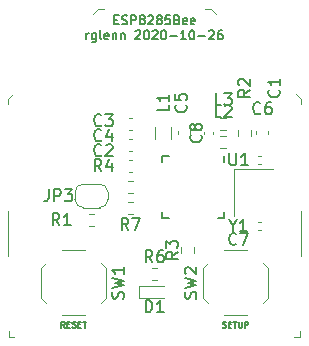
<source format=gbr>
%TF.GenerationSoftware,KiCad,Pcbnew,(5.1.7)-1*%
%TF.CreationDate,2020-10-27T00:37:30-04:00*%
%TF.ProjectId,esp8285bee,65737038-3238-4356-9265-652e6b696361,rev?*%
%TF.SameCoordinates,Original*%
%TF.FileFunction,Legend,Top*%
%TF.FilePolarity,Positive*%
%FSLAX46Y46*%
G04 Gerber Fmt 4.6, Leading zero omitted, Abs format (unit mm)*
G04 Created by KiCad (PCBNEW (5.1.7)-1) date 2020-10-27 00:37:30*
%MOMM*%
%LPD*%
G01*
G04 APERTURE LIST*
%ADD10C,0.127000*%
%ADD11C,0.120000*%
%ADD12C,0.100000*%
%ADD13C,0.150000*%
G04 APERTURE END LIST*
D10*
X98207285Y-60016571D02*
X98461285Y-60016571D01*
X98570142Y-60415714D02*
X98207285Y-60415714D01*
X98207285Y-59653714D01*
X98570142Y-59653714D01*
X98860428Y-60379428D02*
X98969285Y-60415714D01*
X99150714Y-60415714D01*
X99223285Y-60379428D01*
X99259571Y-60343142D01*
X99295857Y-60270571D01*
X99295857Y-60198000D01*
X99259571Y-60125428D01*
X99223285Y-60089142D01*
X99150714Y-60052857D01*
X99005571Y-60016571D01*
X98933000Y-59980285D01*
X98896714Y-59944000D01*
X98860428Y-59871428D01*
X98860428Y-59798857D01*
X98896714Y-59726285D01*
X98933000Y-59690000D01*
X99005571Y-59653714D01*
X99187000Y-59653714D01*
X99295857Y-59690000D01*
X99622428Y-60415714D02*
X99622428Y-59653714D01*
X99912714Y-59653714D01*
X99985285Y-59690000D01*
X100021571Y-59726285D01*
X100057857Y-59798857D01*
X100057857Y-59907714D01*
X100021571Y-59980285D01*
X99985285Y-60016571D01*
X99912714Y-60052857D01*
X99622428Y-60052857D01*
X100493285Y-59980285D02*
X100420714Y-59944000D01*
X100384428Y-59907714D01*
X100348142Y-59835142D01*
X100348142Y-59798857D01*
X100384428Y-59726285D01*
X100420714Y-59690000D01*
X100493285Y-59653714D01*
X100638428Y-59653714D01*
X100711000Y-59690000D01*
X100747285Y-59726285D01*
X100783571Y-59798857D01*
X100783571Y-59835142D01*
X100747285Y-59907714D01*
X100711000Y-59944000D01*
X100638428Y-59980285D01*
X100493285Y-59980285D01*
X100420714Y-60016571D01*
X100384428Y-60052857D01*
X100348142Y-60125428D01*
X100348142Y-60270571D01*
X100384428Y-60343142D01*
X100420714Y-60379428D01*
X100493285Y-60415714D01*
X100638428Y-60415714D01*
X100711000Y-60379428D01*
X100747285Y-60343142D01*
X100783571Y-60270571D01*
X100783571Y-60125428D01*
X100747285Y-60052857D01*
X100711000Y-60016571D01*
X100638428Y-59980285D01*
X101073857Y-59726285D02*
X101110142Y-59690000D01*
X101182714Y-59653714D01*
X101364142Y-59653714D01*
X101436714Y-59690000D01*
X101473000Y-59726285D01*
X101509285Y-59798857D01*
X101509285Y-59871428D01*
X101473000Y-59980285D01*
X101037571Y-60415714D01*
X101509285Y-60415714D01*
X101944714Y-59980285D02*
X101872142Y-59944000D01*
X101835857Y-59907714D01*
X101799571Y-59835142D01*
X101799571Y-59798857D01*
X101835857Y-59726285D01*
X101872142Y-59690000D01*
X101944714Y-59653714D01*
X102089857Y-59653714D01*
X102162428Y-59690000D01*
X102198714Y-59726285D01*
X102235000Y-59798857D01*
X102235000Y-59835142D01*
X102198714Y-59907714D01*
X102162428Y-59944000D01*
X102089857Y-59980285D01*
X101944714Y-59980285D01*
X101872142Y-60016571D01*
X101835857Y-60052857D01*
X101799571Y-60125428D01*
X101799571Y-60270571D01*
X101835857Y-60343142D01*
X101872142Y-60379428D01*
X101944714Y-60415714D01*
X102089857Y-60415714D01*
X102162428Y-60379428D01*
X102198714Y-60343142D01*
X102235000Y-60270571D01*
X102235000Y-60125428D01*
X102198714Y-60052857D01*
X102162428Y-60016571D01*
X102089857Y-59980285D01*
X102924428Y-59653714D02*
X102561571Y-59653714D01*
X102525285Y-60016571D01*
X102561571Y-59980285D01*
X102634142Y-59944000D01*
X102815571Y-59944000D01*
X102888142Y-59980285D01*
X102924428Y-60016571D01*
X102960714Y-60089142D01*
X102960714Y-60270571D01*
X102924428Y-60343142D01*
X102888142Y-60379428D01*
X102815571Y-60415714D01*
X102634142Y-60415714D01*
X102561571Y-60379428D01*
X102525285Y-60343142D01*
X103541285Y-60016571D02*
X103650142Y-60052857D01*
X103686428Y-60089142D01*
X103722714Y-60161714D01*
X103722714Y-60270571D01*
X103686428Y-60343142D01*
X103650142Y-60379428D01*
X103577571Y-60415714D01*
X103287285Y-60415714D01*
X103287285Y-59653714D01*
X103541285Y-59653714D01*
X103613857Y-59690000D01*
X103650142Y-59726285D01*
X103686428Y-59798857D01*
X103686428Y-59871428D01*
X103650142Y-59944000D01*
X103613857Y-59980285D01*
X103541285Y-60016571D01*
X103287285Y-60016571D01*
X104339571Y-60379428D02*
X104267000Y-60415714D01*
X104121857Y-60415714D01*
X104049285Y-60379428D01*
X104013000Y-60306857D01*
X104013000Y-60016571D01*
X104049285Y-59944000D01*
X104121857Y-59907714D01*
X104267000Y-59907714D01*
X104339571Y-59944000D01*
X104375857Y-60016571D01*
X104375857Y-60089142D01*
X104013000Y-60161714D01*
X104992714Y-60379428D02*
X104920142Y-60415714D01*
X104775000Y-60415714D01*
X104702428Y-60379428D01*
X104666142Y-60306857D01*
X104666142Y-60016571D01*
X104702428Y-59944000D01*
X104775000Y-59907714D01*
X104920142Y-59907714D01*
X104992714Y-59944000D01*
X105029000Y-60016571D01*
X105029000Y-60089142D01*
X104666142Y-60161714D01*
X95848714Y-61685714D02*
X95848714Y-61177714D01*
X95848714Y-61322857D02*
X95885000Y-61250285D01*
X95921285Y-61214000D01*
X95993857Y-61177714D01*
X96066428Y-61177714D01*
X96647000Y-61177714D02*
X96647000Y-61794571D01*
X96610714Y-61867142D01*
X96574428Y-61903428D01*
X96501857Y-61939714D01*
X96393000Y-61939714D01*
X96320428Y-61903428D01*
X96647000Y-61649428D02*
X96574428Y-61685714D01*
X96429285Y-61685714D01*
X96356714Y-61649428D01*
X96320428Y-61613142D01*
X96284142Y-61540571D01*
X96284142Y-61322857D01*
X96320428Y-61250285D01*
X96356714Y-61214000D01*
X96429285Y-61177714D01*
X96574428Y-61177714D01*
X96647000Y-61214000D01*
X97118714Y-61685714D02*
X97046142Y-61649428D01*
X97009857Y-61576857D01*
X97009857Y-60923714D01*
X97699285Y-61649428D02*
X97626714Y-61685714D01*
X97481571Y-61685714D01*
X97409000Y-61649428D01*
X97372714Y-61576857D01*
X97372714Y-61286571D01*
X97409000Y-61214000D01*
X97481571Y-61177714D01*
X97626714Y-61177714D01*
X97699285Y-61214000D01*
X97735571Y-61286571D01*
X97735571Y-61359142D01*
X97372714Y-61431714D01*
X98062142Y-61177714D02*
X98062142Y-61685714D01*
X98062142Y-61250285D02*
X98098428Y-61214000D01*
X98171000Y-61177714D01*
X98279857Y-61177714D01*
X98352428Y-61214000D01*
X98388714Y-61286571D01*
X98388714Y-61685714D01*
X98751571Y-61177714D02*
X98751571Y-61685714D01*
X98751571Y-61250285D02*
X98787857Y-61214000D01*
X98860428Y-61177714D01*
X98969285Y-61177714D01*
X99041857Y-61214000D01*
X99078142Y-61286571D01*
X99078142Y-61685714D01*
X99985285Y-60996285D02*
X100021571Y-60960000D01*
X100094142Y-60923714D01*
X100275571Y-60923714D01*
X100348142Y-60960000D01*
X100384428Y-60996285D01*
X100420714Y-61068857D01*
X100420714Y-61141428D01*
X100384428Y-61250285D01*
X99949000Y-61685714D01*
X100420714Y-61685714D01*
X100892428Y-60923714D02*
X100965000Y-60923714D01*
X101037571Y-60960000D01*
X101073857Y-60996285D01*
X101110142Y-61068857D01*
X101146428Y-61214000D01*
X101146428Y-61395428D01*
X101110142Y-61540571D01*
X101073857Y-61613142D01*
X101037571Y-61649428D01*
X100965000Y-61685714D01*
X100892428Y-61685714D01*
X100819857Y-61649428D01*
X100783571Y-61613142D01*
X100747285Y-61540571D01*
X100711000Y-61395428D01*
X100711000Y-61214000D01*
X100747285Y-61068857D01*
X100783571Y-60996285D01*
X100819857Y-60960000D01*
X100892428Y-60923714D01*
X101436714Y-60996285D02*
X101473000Y-60960000D01*
X101545571Y-60923714D01*
X101727000Y-60923714D01*
X101799571Y-60960000D01*
X101835857Y-60996285D01*
X101872142Y-61068857D01*
X101872142Y-61141428D01*
X101835857Y-61250285D01*
X101400428Y-61685714D01*
X101872142Y-61685714D01*
X102343857Y-60923714D02*
X102416428Y-60923714D01*
X102489000Y-60960000D01*
X102525285Y-60996285D01*
X102561571Y-61068857D01*
X102597857Y-61214000D01*
X102597857Y-61395428D01*
X102561571Y-61540571D01*
X102525285Y-61613142D01*
X102489000Y-61649428D01*
X102416428Y-61685714D01*
X102343857Y-61685714D01*
X102271285Y-61649428D01*
X102235000Y-61613142D01*
X102198714Y-61540571D01*
X102162428Y-61395428D01*
X102162428Y-61214000D01*
X102198714Y-61068857D01*
X102235000Y-60996285D01*
X102271285Y-60960000D01*
X102343857Y-60923714D01*
X102924428Y-61395428D02*
X103505000Y-61395428D01*
X104267000Y-61685714D02*
X103831571Y-61685714D01*
X104049285Y-61685714D02*
X104049285Y-60923714D01*
X103976714Y-61032571D01*
X103904142Y-61105142D01*
X103831571Y-61141428D01*
X104738714Y-60923714D02*
X104811285Y-60923714D01*
X104883857Y-60960000D01*
X104920142Y-60996285D01*
X104956428Y-61068857D01*
X104992714Y-61214000D01*
X104992714Y-61395428D01*
X104956428Y-61540571D01*
X104920142Y-61613142D01*
X104883857Y-61649428D01*
X104811285Y-61685714D01*
X104738714Y-61685714D01*
X104666142Y-61649428D01*
X104629857Y-61613142D01*
X104593571Y-61540571D01*
X104557285Y-61395428D01*
X104557285Y-61214000D01*
X104593571Y-61068857D01*
X104629857Y-60996285D01*
X104666142Y-60960000D01*
X104738714Y-60923714D01*
X105319285Y-61395428D02*
X105899857Y-61395428D01*
X106226428Y-60996285D02*
X106262714Y-60960000D01*
X106335285Y-60923714D01*
X106516714Y-60923714D01*
X106589285Y-60960000D01*
X106625571Y-60996285D01*
X106661857Y-61068857D01*
X106661857Y-61141428D01*
X106625571Y-61250285D01*
X106190142Y-61685714D01*
X106661857Y-61685714D01*
X107315000Y-60923714D02*
X107169857Y-60923714D01*
X107097285Y-60960000D01*
X107061000Y-60996285D01*
X106988428Y-61105142D01*
X106952142Y-61250285D01*
X106952142Y-61540571D01*
X106988428Y-61613142D01*
X107024714Y-61649428D01*
X107097285Y-61685714D01*
X107242428Y-61685714D01*
X107315000Y-61649428D01*
X107351285Y-61613142D01*
X107387571Y-61540571D01*
X107387571Y-61359142D01*
X107351285Y-61286571D01*
X107315000Y-61250285D01*
X107242428Y-61214000D01*
X107097285Y-61214000D01*
X107024714Y-61250285D01*
X106988428Y-61286571D01*
X106952142Y-61359142D01*
X107369428Y-86057619D02*
X107442000Y-86081809D01*
X107562952Y-86081809D01*
X107611333Y-86057619D01*
X107635523Y-86033428D01*
X107659714Y-85985047D01*
X107659714Y-85936666D01*
X107635523Y-85888285D01*
X107611333Y-85864095D01*
X107562952Y-85839904D01*
X107466190Y-85815714D01*
X107417809Y-85791523D01*
X107393619Y-85767333D01*
X107369428Y-85718952D01*
X107369428Y-85670571D01*
X107393619Y-85622190D01*
X107417809Y-85598000D01*
X107466190Y-85573809D01*
X107587142Y-85573809D01*
X107659714Y-85598000D01*
X107877428Y-85815714D02*
X108046761Y-85815714D01*
X108119333Y-86081809D02*
X107877428Y-86081809D01*
X107877428Y-85573809D01*
X108119333Y-85573809D01*
X108264476Y-85573809D02*
X108554761Y-85573809D01*
X108409619Y-86081809D02*
X108409619Y-85573809D01*
X108724095Y-85573809D02*
X108724095Y-85985047D01*
X108748285Y-86033428D01*
X108772476Y-86057619D01*
X108820857Y-86081809D01*
X108917619Y-86081809D01*
X108966000Y-86057619D01*
X108990190Y-86033428D01*
X109014380Y-85985047D01*
X109014380Y-85573809D01*
X109256285Y-86081809D02*
X109256285Y-85573809D01*
X109449809Y-85573809D01*
X109498190Y-85598000D01*
X109522380Y-85622190D01*
X109546571Y-85670571D01*
X109546571Y-85743142D01*
X109522380Y-85791523D01*
X109498190Y-85815714D01*
X109449809Y-85839904D01*
X109256285Y-85839904D01*
X94004190Y-86081809D02*
X93834857Y-85839904D01*
X93713904Y-86081809D02*
X93713904Y-85573809D01*
X93907428Y-85573809D01*
X93955809Y-85598000D01*
X93980000Y-85622190D01*
X94004190Y-85670571D01*
X94004190Y-85743142D01*
X93980000Y-85791523D01*
X93955809Y-85815714D01*
X93907428Y-85839904D01*
X93713904Y-85839904D01*
X94221904Y-85815714D02*
X94391238Y-85815714D01*
X94463809Y-86081809D02*
X94221904Y-86081809D01*
X94221904Y-85573809D01*
X94463809Y-85573809D01*
X94657333Y-86057619D02*
X94729904Y-86081809D01*
X94850857Y-86081809D01*
X94899238Y-86057619D01*
X94923428Y-86033428D01*
X94947619Y-85985047D01*
X94947619Y-85936666D01*
X94923428Y-85888285D01*
X94899238Y-85864095D01*
X94850857Y-85839904D01*
X94754095Y-85815714D01*
X94705714Y-85791523D01*
X94681523Y-85767333D01*
X94657333Y-85718952D01*
X94657333Y-85670571D01*
X94681523Y-85622190D01*
X94705714Y-85598000D01*
X94754095Y-85573809D01*
X94875047Y-85573809D01*
X94947619Y-85598000D01*
X95165333Y-85815714D02*
X95334666Y-85815714D01*
X95407238Y-86081809D02*
X95165333Y-86081809D01*
X95165333Y-85573809D01*
X95407238Y-85573809D01*
X95552380Y-85573809D02*
X95842666Y-85573809D01*
X95697523Y-86081809D02*
X95697523Y-85573809D01*
D11*
%TO.C,C1*%
X111254000Y-69736580D02*
X111254000Y-69455420D01*
X110234000Y-69736580D02*
X110234000Y-69455420D01*
%TO.C,C2*%
X99708580Y-72900000D02*
X99427420Y-72900000D01*
X99708580Y-71880000D02*
X99427420Y-71880000D01*
%TO.C,C3*%
X99708580Y-69344000D02*
X99427420Y-69344000D01*
X99708580Y-68324000D02*
X99427420Y-68324000D01*
%TO.C,C4*%
X99708580Y-70102000D02*
X99427420Y-70102000D01*
X99708580Y-71122000D02*
X99427420Y-71122000D01*
%TO.C,C5*%
X104650000Y-69736580D02*
X104650000Y-69455420D01*
X103630000Y-69736580D02*
X103630000Y-69455420D01*
%TO.C,C8*%
X106532000Y-69703836D02*
X106532000Y-69488164D01*
X105812000Y-69703836D02*
X105812000Y-69488164D01*
%TO.C,D1*%
X100300000Y-82558000D02*
X102400000Y-82558000D01*
X100300000Y-83558000D02*
X102400000Y-83558000D01*
X100300000Y-82558000D02*
X100300000Y-83558000D01*
%TO.C,JP3*%
X95566000Y-73930000D02*
X96966000Y-73930000D01*
X97666000Y-74630000D02*
X97666000Y-75230000D01*
X96966000Y-75930000D02*
X95566000Y-75930000D01*
X94866000Y-75230000D02*
X94866000Y-74630000D01*
X96966000Y-73930000D02*
G75*
G02*
X97666000Y-74630000I0J-700000D01*
G01*
X97666000Y-75230000D02*
G75*
G02*
X96966000Y-75930000I-700000J0D01*
G01*
X95566000Y-75930000D02*
G75*
G02*
X94866000Y-75230000I0J700000D01*
G01*
X94866000Y-74630000D02*
G75*
G02*
X95566000Y-73930000I700000J0D01*
G01*
%TO.C,L1*%
X101682000Y-70096000D02*
X101682000Y-69096000D01*
X103042000Y-69096000D02*
X103042000Y-70096000D01*
%TO.C,L2*%
X107692000Y-69828000D02*
X107192000Y-69828000D01*
X107192000Y-70888000D02*
X107692000Y-70888000D01*
%TO.C,L3*%
X107192000Y-69364000D02*
X107692000Y-69364000D01*
X107692000Y-68304000D02*
X107192000Y-68304000D01*
D12*
%TO.C,MOD1*%
X113950000Y-86900000D02*
X113450000Y-86900000D01*
X113950000Y-86900000D02*
X113950000Y-86400000D01*
X89250000Y-86900000D02*
X89750000Y-86900000D01*
X89250000Y-86900000D02*
X89250000Y-86400000D01*
X89200000Y-66700000D02*
X89200000Y-67200000D01*
X89200000Y-66700000D02*
X89600000Y-66300000D01*
X114000000Y-66700000D02*
X113600000Y-66300000D01*
X114000000Y-66700000D02*
X114000000Y-67200000D01*
X96800000Y-59100000D02*
X96400000Y-59500000D01*
X96800000Y-59100000D02*
X97300000Y-59100000D01*
X106400000Y-59100000D02*
X105900000Y-59100000D01*
X106400000Y-59100000D02*
X106800000Y-59500000D01*
X89200000Y-76200000D02*
X89200000Y-80000000D01*
X114000000Y-76200000D02*
X114000000Y-80000000D01*
D11*
%TO.C,R1*%
X96503258Y-77484500D02*
X96028742Y-77484500D01*
X96503258Y-76439500D02*
X96028742Y-76439500D01*
%TO.C,R2*%
X109742500Y-69833258D02*
X109742500Y-69358742D01*
X108697500Y-69833258D02*
X108697500Y-69358742D01*
%TO.C,R3*%
X103871500Y-79264742D02*
X103871500Y-79739258D01*
X104916500Y-79264742D02*
X104916500Y-79739258D01*
%TO.C,R4*%
X99330742Y-73645500D02*
X99805258Y-73645500D01*
X99330742Y-74690500D02*
X99805258Y-74690500D01*
%TO.C,R6*%
X101362742Y-81011500D02*
X101837258Y-81011500D01*
X101362742Y-82056500D02*
X101837258Y-82056500D01*
%TO.C,R7*%
X99805258Y-75423500D02*
X99330742Y-75423500D01*
X99805258Y-76468500D02*
X99330742Y-76468500D01*
%TO.C,SW1*%
X91992000Y-83546000D02*
X91992000Y-81046000D01*
X93742000Y-85046000D02*
X95742000Y-85046000D01*
X97492000Y-83546000D02*
X97492000Y-81046000D01*
X93742000Y-79546000D02*
X95742000Y-79546000D01*
X92442000Y-83996000D02*
X91992000Y-83546000D01*
X92442000Y-80596000D02*
X91992000Y-81046000D01*
X97042000Y-80596000D02*
X97492000Y-81046000D01*
X97042000Y-83996000D02*
X97492000Y-83546000D01*
%TO.C,SW2*%
X110758000Y-83996000D02*
X111208000Y-83546000D01*
X110758000Y-80596000D02*
X111208000Y-81046000D01*
X106158000Y-80596000D02*
X105708000Y-81046000D01*
X106158000Y-83996000D02*
X105708000Y-83546000D01*
X107458000Y-79546000D02*
X109458000Y-79546000D01*
X111208000Y-83546000D02*
X111208000Y-81046000D01*
X107458000Y-85046000D02*
X109458000Y-85046000D01*
X105708000Y-83546000D02*
X105708000Y-81046000D01*
D13*
%TO.C,U1*%
X107527000Y-76793000D02*
X107527000Y-76268000D01*
X102277000Y-76793000D02*
X102277000Y-76268000D01*
X102277000Y-71543000D02*
X102277000Y-72068000D01*
X107527000Y-71543000D02*
X107527000Y-72068000D01*
X102277000Y-76793000D02*
X102802000Y-76793000D01*
X102277000Y-71543000D02*
X102802000Y-71543000D01*
X107527000Y-76793000D02*
X107002000Y-76793000D01*
D11*
%TO.C,Y1*%
X108332000Y-72676000D02*
X108332000Y-76676000D01*
X111632000Y-72676000D02*
X108332000Y-72676000D01*
%TO.C,C6*%
X110382164Y-72242000D02*
X110597836Y-72242000D01*
X110382164Y-71522000D02*
X110597836Y-71522000D01*
%TO.C,C7*%
X110597836Y-77830000D02*
X110382164Y-77830000D01*
X110597836Y-77110000D02*
X110382164Y-77110000D01*
%TO.C,C1*%
D13*
X112117142Y-65952666D02*
X112164761Y-66000285D01*
X112212380Y-66143142D01*
X112212380Y-66238380D01*
X112164761Y-66381238D01*
X112069523Y-66476476D01*
X111974285Y-66524095D01*
X111783809Y-66571714D01*
X111640952Y-66571714D01*
X111450476Y-66524095D01*
X111355238Y-66476476D01*
X111260000Y-66381238D01*
X111212380Y-66238380D01*
X111212380Y-66143142D01*
X111260000Y-66000285D01*
X111307619Y-65952666D01*
X112212380Y-65000285D02*
X112212380Y-65571714D01*
X112212380Y-65286000D02*
X111212380Y-65286000D01*
X111355238Y-65381238D01*
X111450476Y-65476476D01*
X111498095Y-65571714D01*
%TO.C,C2*%
X97115333Y-71477142D02*
X97067714Y-71524761D01*
X96924857Y-71572380D01*
X96829619Y-71572380D01*
X96686761Y-71524761D01*
X96591523Y-71429523D01*
X96543904Y-71334285D01*
X96496285Y-71143809D01*
X96496285Y-71000952D01*
X96543904Y-70810476D01*
X96591523Y-70715238D01*
X96686761Y-70620000D01*
X96829619Y-70572380D01*
X96924857Y-70572380D01*
X97067714Y-70620000D01*
X97115333Y-70667619D01*
X97496285Y-70667619D02*
X97543904Y-70620000D01*
X97639142Y-70572380D01*
X97877238Y-70572380D01*
X97972476Y-70620000D01*
X98020095Y-70667619D01*
X98067714Y-70762857D01*
X98067714Y-70858095D01*
X98020095Y-71000952D01*
X97448666Y-71572380D01*
X98067714Y-71572380D01*
%TO.C,C3*%
X97115333Y-68937142D02*
X97067714Y-68984761D01*
X96924857Y-69032380D01*
X96829619Y-69032380D01*
X96686761Y-68984761D01*
X96591523Y-68889523D01*
X96543904Y-68794285D01*
X96496285Y-68603809D01*
X96496285Y-68460952D01*
X96543904Y-68270476D01*
X96591523Y-68175238D01*
X96686761Y-68080000D01*
X96829619Y-68032380D01*
X96924857Y-68032380D01*
X97067714Y-68080000D01*
X97115333Y-68127619D01*
X97448666Y-68032380D02*
X98067714Y-68032380D01*
X97734380Y-68413333D01*
X97877238Y-68413333D01*
X97972476Y-68460952D01*
X98020095Y-68508571D01*
X98067714Y-68603809D01*
X98067714Y-68841904D01*
X98020095Y-68937142D01*
X97972476Y-68984761D01*
X97877238Y-69032380D01*
X97591523Y-69032380D01*
X97496285Y-68984761D01*
X97448666Y-68937142D01*
%TO.C,C4*%
X97115333Y-70207142D02*
X97067714Y-70254761D01*
X96924857Y-70302380D01*
X96829619Y-70302380D01*
X96686761Y-70254761D01*
X96591523Y-70159523D01*
X96543904Y-70064285D01*
X96496285Y-69873809D01*
X96496285Y-69730952D01*
X96543904Y-69540476D01*
X96591523Y-69445238D01*
X96686761Y-69350000D01*
X96829619Y-69302380D01*
X96924857Y-69302380D01*
X97067714Y-69350000D01*
X97115333Y-69397619D01*
X97972476Y-69635714D02*
X97972476Y-70302380D01*
X97734380Y-69254761D02*
X97496285Y-69969047D01*
X98115333Y-69969047D01*
%TO.C,C5*%
X104243142Y-67222666D02*
X104290761Y-67270285D01*
X104338380Y-67413142D01*
X104338380Y-67508380D01*
X104290761Y-67651238D01*
X104195523Y-67746476D01*
X104100285Y-67794095D01*
X103909809Y-67841714D01*
X103766952Y-67841714D01*
X103576476Y-67794095D01*
X103481238Y-67746476D01*
X103386000Y-67651238D01*
X103338380Y-67508380D01*
X103338380Y-67413142D01*
X103386000Y-67270285D01*
X103433619Y-67222666D01*
X103338380Y-66317904D02*
X103338380Y-66794095D01*
X103814571Y-66841714D01*
X103766952Y-66794095D01*
X103719333Y-66698857D01*
X103719333Y-66460761D01*
X103766952Y-66365523D01*
X103814571Y-66317904D01*
X103909809Y-66270285D01*
X104147904Y-66270285D01*
X104243142Y-66317904D01*
X104290761Y-66365523D01*
X104338380Y-66460761D01*
X104338380Y-66698857D01*
X104290761Y-66794095D01*
X104243142Y-66841714D01*
%TO.C,C8*%
X105513142Y-69762666D02*
X105560761Y-69810285D01*
X105608380Y-69953142D01*
X105608380Y-70048380D01*
X105560761Y-70191238D01*
X105465523Y-70286476D01*
X105370285Y-70334095D01*
X105179809Y-70381714D01*
X105036952Y-70381714D01*
X104846476Y-70334095D01*
X104751238Y-70286476D01*
X104656000Y-70191238D01*
X104608380Y-70048380D01*
X104608380Y-69953142D01*
X104656000Y-69810285D01*
X104703619Y-69762666D01*
X105036952Y-69191238D02*
X104989333Y-69286476D01*
X104941714Y-69334095D01*
X104846476Y-69381714D01*
X104798857Y-69381714D01*
X104703619Y-69334095D01*
X104656000Y-69286476D01*
X104608380Y-69191238D01*
X104608380Y-69000761D01*
X104656000Y-68905523D01*
X104703619Y-68857904D01*
X104798857Y-68810285D01*
X104846476Y-68810285D01*
X104941714Y-68857904D01*
X104989333Y-68905523D01*
X105036952Y-69000761D01*
X105036952Y-69191238D01*
X105084571Y-69286476D01*
X105132190Y-69334095D01*
X105227428Y-69381714D01*
X105417904Y-69381714D01*
X105513142Y-69334095D01*
X105560761Y-69286476D01*
X105608380Y-69191238D01*
X105608380Y-69000761D01*
X105560761Y-68905523D01*
X105513142Y-68857904D01*
X105417904Y-68810285D01*
X105227428Y-68810285D01*
X105132190Y-68857904D01*
X105084571Y-68905523D01*
X105036952Y-69000761D01*
%TO.C,D1*%
X100861904Y-84780380D02*
X100861904Y-83780380D01*
X101100000Y-83780380D01*
X101242857Y-83828000D01*
X101338095Y-83923238D01*
X101385714Y-84018476D01*
X101433333Y-84208952D01*
X101433333Y-84351809D01*
X101385714Y-84542285D01*
X101338095Y-84637523D01*
X101242857Y-84732761D01*
X101100000Y-84780380D01*
X100861904Y-84780380D01*
X102385714Y-84780380D02*
X101814285Y-84780380D01*
X102100000Y-84780380D02*
X102100000Y-83780380D01*
X102004761Y-83923238D01*
X101909523Y-84018476D01*
X101814285Y-84066095D01*
%TO.C,JP3*%
X92638666Y-74382380D02*
X92638666Y-75096666D01*
X92591047Y-75239523D01*
X92495809Y-75334761D01*
X92352952Y-75382380D01*
X92257714Y-75382380D01*
X93114857Y-75382380D02*
X93114857Y-74382380D01*
X93495809Y-74382380D01*
X93591047Y-74430000D01*
X93638666Y-74477619D01*
X93686285Y-74572857D01*
X93686285Y-74715714D01*
X93638666Y-74810952D01*
X93591047Y-74858571D01*
X93495809Y-74906190D01*
X93114857Y-74906190D01*
X94019619Y-74382380D02*
X94638666Y-74382380D01*
X94305333Y-74763333D01*
X94448190Y-74763333D01*
X94543428Y-74810952D01*
X94591047Y-74858571D01*
X94638666Y-74953809D01*
X94638666Y-75191904D01*
X94591047Y-75287142D01*
X94543428Y-75334761D01*
X94448190Y-75382380D01*
X94162476Y-75382380D01*
X94067238Y-75334761D01*
X94019619Y-75287142D01*
%TO.C,L1*%
X102814380Y-67222666D02*
X102814380Y-67698857D01*
X101814380Y-67698857D01*
X102814380Y-66365523D02*
X102814380Y-66936952D01*
X102814380Y-66651238D02*
X101814380Y-66651238D01*
X101957238Y-66746476D01*
X102052476Y-66841714D01*
X102100095Y-66936952D01*
%TO.C,L2*%
X107275333Y-68270380D02*
X106799142Y-68270380D01*
X106799142Y-67270380D01*
X107561047Y-67365619D02*
X107608666Y-67318000D01*
X107703904Y-67270380D01*
X107942000Y-67270380D01*
X108037238Y-67318000D01*
X108084857Y-67365619D01*
X108132476Y-67460857D01*
X108132476Y-67556095D01*
X108084857Y-67698952D01*
X107513428Y-68270380D01*
X108132476Y-68270380D01*
%TO.C,L3*%
X107275333Y-67254380D02*
X106799142Y-67254380D01*
X106799142Y-66254380D01*
X107513428Y-66254380D02*
X108132476Y-66254380D01*
X107799142Y-66635333D01*
X107942000Y-66635333D01*
X108037238Y-66682952D01*
X108084857Y-66730571D01*
X108132476Y-66825809D01*
X108132476Y-67063904D01*
X108084857Y-67159142D01*
X108037238Y-67206761D01*
X107942000Y-67254380D01*
X107656285Y-67254380D01*
X107561047Y-67206761D01*
X107513428Y-67159142D01*
%TO.C,R1*%
X93559333Y-77414380D02*
X93226000Y-76938190D01*
X92987904Y-77414380D02*
X92987904Y-76414380D01*
X93368857Y-76414380D01*
X93464095Y-76462000D01*
X93511714Y-76509619D01*
X93559333Y-76604857D01*
X93559333Y-76747714D01*
X93511714Y-76842952D01*
X93464095Y-76890571D01*
X93368857Y-76938190D01*
X92987904Y-76938190D01*
X94511714Y-77414380D02*
X93940285Y-77414380D01*
X94226000Y-77414380D02*
X94226000Y-76414380D01*
X94130761Y-76557238D01*
X94035523Y-76652476D01*
X93940285Y-76700095D01*
%TO.C,R2*%
X109672380Y-65952666D02*
X109196190Y-66286000D01*
X109672380Y-66524095D02*
X108672380Y-66524095D01*
X108672380Y-66143142D01*
X108720000Y-66047904D01*
X108767619Y-66000285D01*
X108862857Y-65952666D01*
X109005714Y-65952666D01*
X109100952Y-66000285D01*
X109148571Y-66047904D01*
X109196190Y-66143142D01*
X109196190Y-66524095D01*
X108767619Y-65571714D02*
X108720000Y-65524095D01*
X108672380Y-65428857D01*
X108672380Y-65190761D01*
X108720000Y-65095523D01*
X108767619Y-65047904D01*
X108862857Y-65000285D01*
X108958095Y-65000285D01*
X109100952Y-65047904D01*
X109672380Y-65619333D01*
X109672380Y-65000285D01*
%TO.C,R3*%
X103576380Y-79668666D02*
X103100190Y-80002000D01*
X103576380Y-80240095D02*
X102576380Y-80240095D01*
X102576380Y-79859142D01*
X102624000Y-79763904D01*
X102671619Y-79716285D01*
X102766857Y-79668666D01*
X102909714Y-79668666D01*
X103004952Y-79716285D01*
X103052571Y-79763904D01*
X103100190Y-79859142D01*
X103100190Y-80240095D01*
X102576380Y-79335333D02*
X102576380Y-78716285D01*
X102957333Y-79049619D01*
X102957333Y-78906761D01*
X103004952Y-78811523D01*
X103052571Y-78763904D01*
X103147809Y-78716285D01*
X103385904Y-78716285D01*
X103481142Y-78763904D01*
X103528761Y-78811523D01*
X103576380Y-78906761D01*
X103576380Y-79192476D01*
X103528761Y-79287714D01*
X103481142Y-79335333D01*
%TO.C,R4*%
X97115333Y-72842380D02*
X96782000Y-72366190D01*
X96543904Y-72842380D02*
X96543904Y-71842380D01*
X96924857Y-71842380D01*
X97020095Y-71890000D01*
X97067714Y-71937619D01*
X97115333Y-72032857D01*
X97115333Y-72175714D01*
X97067714Y-72270952D01*
X97020095Y-72318571D01*
X96924857Y-72366190D01*
X96543904Y-72366190D01*
X97972476Y-72175714D02*
X97972476Y-72842380D01*
X97734380Y-71794761D02*
X97496285Y-72509047D01*
X98115333Y-72509047D01*
%TO.C,R6*%
X101433333Y-80556380D02*
X101100000Y-80080190D01*
X100861904Y-80556380D02*
X100861904Y-79556380D01*
X101242857Y-79556380D01*
X101338095Y-79604000D01*
X101385714Y-79651619D01*
X101433333Y-79746857D01*
X101433333Y-79889714D01*
X101385714Y-79984952D01*
X101338095Y-80032571D01*
X101242857Y-80080190D01*
X100861904Y-80080190D01*
X102290476Y-79556380D02*
X102100000Y-79556380D01*
X102004761Y-79604000D01*
X101957142Y-79651619D01*
X101861904Y-79794476D01*
X101814285Y-79984952D01*
X101814285Y-80365904D01*
X101861904Y-80461142D01*
X101909523Y-80508761D01*
X102004761Y-80556380D01*
X102195238Y-80556380D01*
X102290476Y-80508761D01*
X102338095Y-80461142D01*
X102385714Y-80365904D01*
X102385714Y-80127809D01*
X102338095Y-80032571D01*
X102290476Y-79984952D01*
X102195238Y-79937333D01*
X102004761Y-79937333D01*
X101909523Y-79984952D01*
X101861904Y-80032571D01*
X101814285Y-80127809D01*
%TO.C,R7*%
X99401333Y-77828380D02*
X99068000Y-77352190D01*
X98829904Y-77828380D02*
X98829904Y-76828380D01*
X99210857Y-76828380D01*
X99306095Y-76876000D01*
X99353714Y-76923619D01*
X99401333Y-77018857D01*
X99401333Y-77161714D01*
X99353714Y-77256952D01*
X99306095Y-77304571D01*
X99210857Y-77352190D01*
X98829904Y-77352190D01*
X99734666Y-76828380D02*
X100401333Y-76828380D01*
X99972761Y-77828380D01*
%TO.C,SW1*%
X98956761Y-83629333D02*
X99004380Y-83486476D01*
X99004380Y-83248380D01*
X98956761Y-83153142D01*
X98909142Y-83105523D01*
X98813904Y-83057904D01*
X98718666Y-83057904D01*
X98623428Y-83105523D01*
X98575809Y-83153142D01*
X98528190Y-83248380D01*
X98480571Y-83438857D01*
X98432952Y-83534095D01*
X98385333Y-83581714D01*
X98290095Y-83629333D01*
X98194857Y-83629333D01*
X98099619Y-83581714D01*
X98052000Y-83534095D01*
X98004380Y-83438857D01*
X98004380Y-83200761D01*
X98052000Y-83057904D01*
X98004380Y-82724571D02*
X99004380Y-82486476D01*
X98290095Y-82296000D01*
X99004380Y-82105523D01*
X98004380Y-81867428D01*
X99004380Y-80962666D02*
X99004380Y-81534095D01*
X99004380Y-81248380D02*
X98004380Y-81248380D01*
X98147238Y-81343619D01*
X98242476Y-81438857D01*
X98290095Y-81534095D01*
%TO.C,SW2*%
X105112761Y-83629333D02*
X105160380Y-83486476D01*
X105160380Y-83248380D01*
X105112761Y-83153142D01*
X105065142Y-83105523D01*
X104969904Y-83057904D01*
X104874666Y-83057904D01*
X104779428Y-83105523D01*
X104731809Y-83153142D01*
X104684190Y-83248380D01*
X104636571Y-83438857D01*
X104588952Y-83534095D01*
X104541333Y-83581714D01*
X104446095Y-83629333D01*
X104350857Y-83629333D01*
X104255619Y-83581714D01*
X104208000Y-83534095D01*
X104160380Y-83438857D01*
X104160380Y-83200761D01*
X104208000Y-83057904D01*
X104160380Y-82724571D02*
X105160380Y-82486476D01*
X104446095Y-82296000D01*
X105160380Y-82105523D01*
X104160380Y-81867428D01*
X104255619Y-81534095D02*
X104208000Y-81486476D01*
X104160380Y-81391238D01*
X104160380Y-81153142D01*
X104208000Y-81057904D01*
X104255619Y-81010285D01*
X104350857Y-80962666D01*
X104446095Y-80962666D01*
X104588952Y-81010285D01*
X105160380Y-81581714D01*
X105160380Y-80962666D01*
%TO.C,U1*%
X107950095Y-71334380D02*
X107950095Y-72143904D01*
X107997714Y-72239142D01*
X108045333Y-72286761D01*
X108140571Y-72334380D01*
X108331047Y-72334380D01*
X108426285Y-72286761D01*
X108473904Y-72239142D01*
X108521523Y-72143904D01*
X108521523Y-71334380D01*
X109521523Y-72334380D02*
X108950095Y-72334380D01*
X109235809Y-72334380D02*
X109235809Y-71334380D01*
X109140571Y-71477238D01*
X109045333Y-71572476D01*
X108950095Y-71620095D01*
%TO.C,Y1*%
X108235809Y-77446190D02*
X108235809Y-77922380D01*
X107902476Y-76922380D02*
X108235809Y-77446190D01*
X108569142Y-76922380D01*
X109426285Y-77922380D02*
X108854857Y-77922380D01*
X109140571Y-77922380D02*
X109140571Y-76922380D01*
X109045333Y-77065238D01*
X108950095Y-77160476D01*
X108854857Y-77208095D01*
%TO.C,C6*%
X110577333Y-67921142D02*
X110529714Y-67968761D01*
X110386857Y-68016380D01*
X110291619Y-68016380D01*
X110148761Y-67968761D01*
X110053523Y-67873523D01*
X110005904Y-67778285D01*
X109958285Y-67587809D01*
X109958285Y-67444952D01*
X110005904Y-67254476D01*
X110053523Y-67159238D01*
X110148761Y-67064000D01*
X110291619Y-67016380D01*
X110386857Y-67016380D01*
X110529714Y-67064000D01*
X110577333Y-67111619D01*
X111434476Y-67016380D02*
X111244000Y-67016380D01*
X111148761Y-67064000D01*
X111101142Y-67111619D01*
X111005904Y-67254476D01*
X110958285Y-67444952D01*
X110958285Y-67825904D01*
X111005904Y-67921142D01*
X111053523Y-67968761D01*
X111148761Y-68016380D01*
X111339238Y-68016380D01*
X111434476Y-67968761D01*
X111482095Y-67921142D01*
X111529714Y-67825904D01*
X111529714Y-67587809D01*
X111482095Y-67492571D01*
X111434476Y-67444952D01*
X111339238Y-67397333D01*
X111148761Y-67397333D01*
X111053523Y-67444952D01*
X111005904Y-67492571D01*
X110958285Y-67587809D01*
%TO.C,C7*%
X108545333Y-78987142D02*
X108497714Y-79034761D01*
X108354857Y-79082380D01*
X108259619Y-79082380D01*
X108116761Y-79034761D01*
X108021523Y-78939523D01*
X107973904Y-78844285D01*
X107926285Y-78653809D01*
X107926285Y-78510952D01*
X107973904Y-78320476D01*
X108021523Y-78225238D01*
X108116761Y-78130000D01*
X108259619Y-78082380D01*
X108354857Y-78082380D01*
X108497714Y-78130000D01*
X108545333Y-78177619D01*
X108878666Y-78082380D02*
X109545333Y-78082380D01*
X109116761Y-79082380D01*
%TD*%
M02*

</source>
